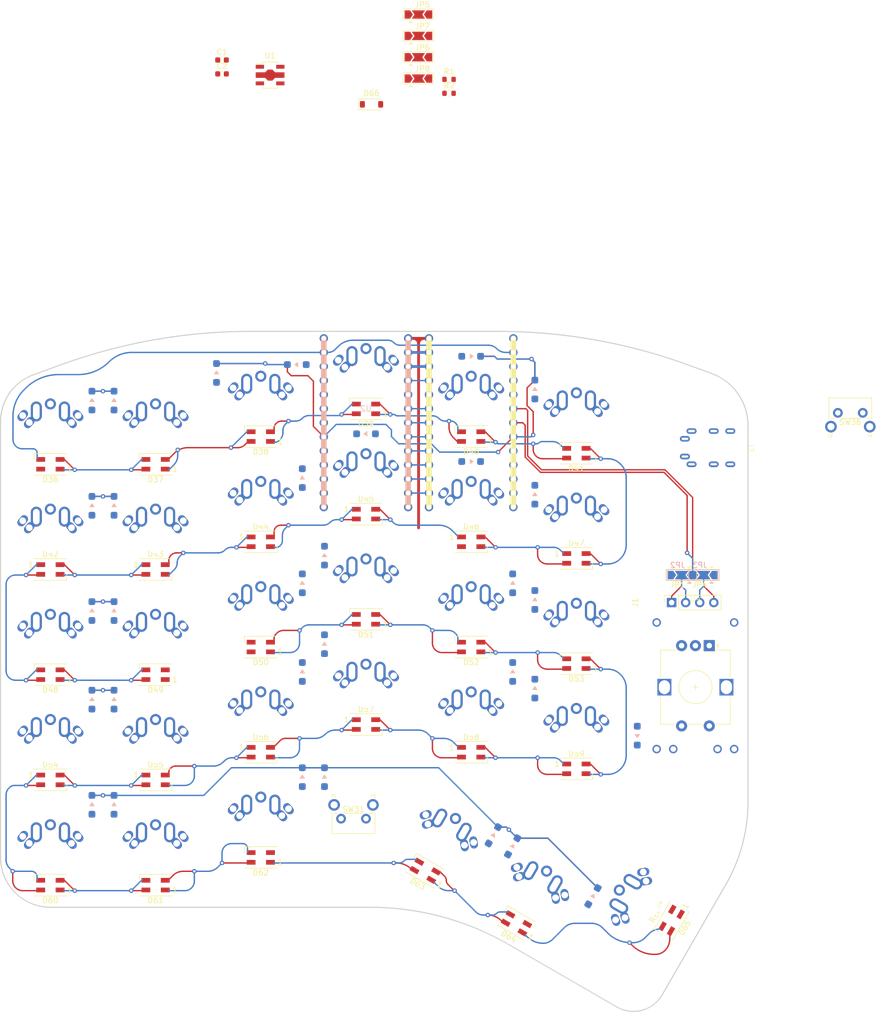
<source format=kicad_pcb>
(kicad_pcb (version 20221018) (generator pcbnew)
  (layers (0 "F.Cu" signal) (31 "B.Cu" signal) (34 "B.Paste" user) (35 "F.Paste" user) (36 "B.SilkS" user "B.Silkscreen") (37 "F.SilkS" user "F.Silkscreen") (38 "B.Mask" user) (39 "F.Mask" user) (44 "Edge.Cuts" user))
  (net 0 "")
  (net 1 "GND")
  (net 2 "/Bat+")
  (net 3 "Net-(D1-A)")
  (net 4 "Net-(D2-A)")
  (net 5 "Net-(D3-A)")
  (net 6 "Net-(D4-A)")
  (net 7 "Net-(D5-A)")
  (net 8 "Net-(D6-A)")
  (net 9 "Net-(D8-A)")
  (net 10 "Net-(D9-A)")
  (net 11 "Net-(D10-A)")
  (net 12 "Net-(D11-A)")
  (net 13 "Net-(D12-A)")
  (net 14 "Net-(D13-A)")
  (net 15 "/R0")
  (net 16 "Net-(D15-A)")
  (net 17 "Net-(D16-A)")
  (net 18 "Net-(D17-A)")
  (net 19 "Net-(D18-A)")
  (net 20 "Net-(D19-A)")
  (net 21 "Net-(D20-A)")
  (net 22 "Net-(D22-A)")
  (net 23 "Net-(D23-A)")
  (net 24 "Net-(D24-A)")
  (net 25 "Net-(D25-A)")
  (net 26 "Net-(D26-A)")
  (net 27 "Net-(D27-A)")
  (net 28 "Net-(D29-A)")
  (net 29 "Net-(D30-A)")
  (net 30 "Net-(D31-A)")
  (net 31 "Net-(D32-A)")
  (net 32 "Net-(D33-A)")
  (net 33 "Net-(D34-A)")
  (net 34 "Net-(D35-A)")
  (net 35 "/R1")
  (net 36 "/R2")
  (net 37 "/R3")
  (net 38 "/RE_S2")
  (net 39 "/R4")
  (net 40 "/SDA")
  (net 41 "/OLED1")
  (net 42 "/SCL")
  (net 43 "/OLED2")
  (net 44 "+3.3V")
  (net 45 "/OLED3")
  (net 46 "/OLED4")
  (net 47 "/C0")
  (net 48 "/C1")
  (net 49 "/C2")
  (net 50 "/C3")
  (net 51 "/C4")
  (net 52 "/C5")
  (net 53 "/C6")
  (net 54 "/RE_A")
  (net 55 "/RE_B")
  (net 56 "/Charging")
  (net 57 "Net-(D36-DOUT)")
  (net 58 "/LED")
  (net 59 "+5V")
  (net 60 "Net-(D37-DOUT)")
  (net 61 "Net-(D38-DOUT)")
  (net 62 "Net-(D39-DOUT)")
  (net 63 "Net-(D40-DOUT)")
  (net 64 "Net-(D41-DOUT)")
  (net 65 "Net-(D42-DOUT)")
  (net 66 "Net-(D43-DIN)")
  (net 67 "Net-(D44-DIN)")
  (net 68 "Net-(D45-DIN)")
  (net 69 "Net-(D46-DIN)")
  (net 70 "Net-(D50-DOUT)")
  (net 71 "Net-(D51-DOUT)")
  (net 72 "Net-(D52-DOUT)")
  (net 73 "Net-(D53-DOUT)")
  (net 74 "Net-(D54-DOUT)")
  (net 75 "Net-(D57-DIN)")
  (net 76 "Net-(D58-DIN)")
  (net 77 "Net-(D64-DOUT)")
  (net 78 "Net-(D42-DIN)")
  (net 79 "Net-(D48-DOUT)")
  (net 80 "Net-(D49-DOUT)")
  (net 81 "Net-(D54-DIN)")
  (net 82 "Net-(D55-DIN)")
  (net 83 "Net-(D56-DIN)")
  (net 84 "Net-(D61-DOUT)")
  (net 85 "Net-(D62-DOUT)")
  (net 86 "Net-(D63-DOUT)")
  (net 87 "Net-(D60-DOUT)")
  (net 89 "/data")
  (net 90 "Net-(JP5-C)")
  (net 91 "Net-(JP7-C)")
  (net 92 "Net-(JP8-A)")
  (net 93 "Net-(JP6-C)")
  (net 94 "Net-(JP6-A)")
  (net 95 "Net-(JP6-B)")
  (net 99 "/Reset")
  (net 102 "Net-(U4-B+)")
  (net 103 "Net-(BT2--)")
  (footprint "Capacitor_SMD:C_0603_1608Metric" (layer "F.Cu") (at 126 -18.01)
    (fp_text reference "C1")
    (fp_text value "0.33u")
  )
  (footprint "Ultramarine-2:TP4056" (layer "F.Cu") (at 211.5 95)
    (fp_text reference "U4")
    (fp_text value "~")
  )
  (footprint "Ultramarine-2:SOD-123_reversible" (layer "F.Cu") (at 171 35.5 -90)
    (fp_text reference "D5" hide)
    (fp_text value "D")
  )
  (footprint "LED_SMD:LED_SK6812MINI_PLCC4_3.5x3.5mm_P1.75mm" (layer "F.Cu") (at 95 131 180)
    (fp_text reference "D60")
    (fp_text value "SK6812MINI")
  )
  (footprint "Ultramarine-2:MX-Kailh" (layer "F.Cu") (at 133 121)
    (fp_text reference "SW30" hide)
    (fp_text value "SW_Push" hide)
  )
  (footprint "Ultramarine-2:SOD-123_reversible" (layer "F.Cu") (at 175 122 -30)
    (fp_text reference "D33" hide)
    (fp_text value "D")
  )
  (footprint "Ultramarine-2:MX-Kailh" (layer "F.Cu") (at 95 88)
    (fp_text reference "SW15" hide)
    (fp_text value "SW_Push" hide)
  )
  (footprint "LED_SMD:LED_SK6812MINI_PLCC4_3.5x3.5mm_P1.75mm" (layer "F.Cu") (at 114 93 180)
    (fp_text reference "D49")
    (fp_text value "SK6812MINI")
  )
  (footprint "LED_SMD:LED_SK6812MINI_PLCC4_3.5x3.5mm_P1.75mm" (layer "F.Cu") (at 190 91 180)
    (fp_text reference "D53")
    (fp_text value "SK6812MINI")
  )
  (footprint "LED_SMD:LED_SK6812MINI_PLCC4_3.5x3.5mm_P1.75mm" (layer "F.Cu") (at 152 102)
    (fp_text reference "D57")
    (fp_text value "SK6812MINI")
  )
  (footprint "Ultramarine-2:SOD-123_reversible" (layer "F.Cu") (at 178.5 124 -30)
    (fp_text reference "D34" hide)
    (fp_text value "D")
  )
  (footprint "Ultramarine-2:MX-Kailh" (layer "F.Cu") (at 114 50)
    (fp_text reference "SW2" hide)
    (fp_text value "SW_Push" hide)
  )
  (footprint "Ultramarine-2:SOD-123_reversible" (layer "F.Cu") (at 102.5 62.5)
    (fp_text reference "D8" hide)
    (fp_text value "D")
  )
  (footprint "Ultramarine-2:MX-Kailh" (layer "F.Cu") (at 95 50)
    (fp_text reference "SW1" hide)
    (fp_text value "SW_Push" hide)
  )
  (footprint "Ultramarine-2:MX-Kailh" (layer "F.Cu") (at 190 105)
    (fp_text reference "SW27" hide)
    (fp_text value "SW_Push" hide)
  )
  (footprint "Ultramarine-2:SOD-123_reversible" (layer "F.Cu") (at 140.5 111.5)
    (fp_text reference "D31" hide)
    (fp_text value "D")
  )
  (footprint "Ultramarine-2:SOD-123_reversible" (layer "F.Cu") (at 178.5 76.5)
    (fp_text reference "D19" hide)
    (fp_text value "D")
  )
  (footprint "LED_SMD:LED_SK6812MINI_PLCC4_3.5x3.5mm_P1.75mm" (layer "F.Cu") (at 171 50 180)
    (fp_text reference "D40")
    (fp_text value "SK6812MINI")
  )
  (footprint "Ultramarine-2:MX-Kailh" (layer "F.Cu") (at 133 102)
    (fp_text reference "SW24" hide)
    (fp_text value "SW_Push" hide)
  )
  (footprint "Ultramarine-2:MJ-4PP-9" (layer "F.Cu") (at 221 52 -90)
    (fp_text reference "J2")
    (fp_text value "TRRS")
  )
  (footprint "Ultramarine-2:MX-Kailh" (layer "F.Cu") (at 95 69)
    (fp_text reference "SW8" hide)
    (fp_text value "SW_Push" hide)
  )
  (footprint "Button_Switch_THT:SW_Tactile_SPST_Angled_PTS645Vx58-2LFS" (layer "F.Cu") (at 237.225 45.7125)
    (fp_text reference "SW36")
    (fp_text value "Reset")
  )
  (footprint "LED_SMD:LED_SK6812MINI_PLCC4_3.5x3.5mm_P1.75mm" (layer "F.Cu") (at 114 74)
    (fp_text reference "D43")
    (fp_text value "SK6812MINI")
  )
  (footprint "Ultramarine-2:MX-Kailh" (layer "F.Cu") (at 114 107)
    (fp_text reference "SW23" hide)
    (fp_text value "SW_Push" hide)
  )
  (footprint "Ultramarine-2:MX-Kailh" (layer "F.Cu") (at 171 45)
    (fp_text reference "SW5" hide)
    (fp_text value "SW_Push" hide)
  )
  (footprint "Ultramarine-2:MX-Kailh" (layer "F.Cu") (at 190 67)
    (fp_text reference "SW13" hide)
    (fp_text value "SW_Push" hide)
  )
  (footprint "Jumper:SolderJumper-3_P2.0mm_Open_TrianglePad1.0x1.5mm" (layer "F.Cu") (at 161.47 -18.51)
    (fp_text reference "JP6")
    (fp_text value "Batt.1")
  )
  (footprint "LED_SMD:LED_SK6812MINI_PLCC4_3.5x3.5mm_P1.75mm" (layer "F.Cu") (at 95 112)
    (fp_text reference "D54")
    (fp_text value "SK6812MINI")
  )
  (footprint "Jumper:SolderJumper-3_P2.0mm_Open_TrianglePad1.0x1.5mm" (layer "F.Cu") (at 213 75 180)
    (fp_text reference "JP4")
    (fp_text value "OLED Jumper4")
  )
  (footprint "LED_SMD:LED_SK6812MINI_PLCC4_3.5x3.5mm_P1.75mm" (layer "F.Cu") (at 162.714 128.411 150)
    (fp_text reference "D63")
    (fp_text value "SK6812MINI")
  )
  (footprint "Ultramarine-2:SOD-123_reversible" (layer "F.Cu") (at 182.5 41.5)
    (fp_text reference "D6" hide)
    (fp_text value "D")
  )
  (footprint "Ultramarine-2:MX-Kailh" (layer "F.Cu") (at 114 88)
    (fp_text reference "SW16" hide)
    (fp_text value "SW_Push" hide)
  )
  (footprint "LED_SMD:LED_SK6812MINI_PLCC4_3.5x3.5mm_P1.75mm" (layer "F.Cu") (at 133 69)
    (fp_text reference "D44")
    (fp_text value "SK6812MINI")
  )
  (footprint "Ultramarine-2:SOD-123_reversible" (layer "F.Cu") (at 102.5 81.5)
    (fp_text reference "D15" hide)
    (fp_text value "D")
  )
  (footprint "Ultramarine-2:MX-Kailh" (layer "F.Cu") (at 133 45)
    (fp_text reference "SW3" hide)
    (fp_text value "SW_Push" hide)
  )
  (footprint "Ultramarine-2:SOD-123_reversible" (layer "F.Cu") (at 140.5 92.5)
    (fp_text reference "D24" hide)
    (fp_text value "D")
  )
  (footprint "Ultramarine-2:MX-Kailh" (layer "F.Cu") (at 165.214 124.081 -30)
    (fp_text reference "SW32" hide)
    (fp_text value "SW_Push" hide)
  )
  (footprint "Resistor_SMD:R_0603_1608Metric" (layer "F.Cu") (at 167 -12)
    (fp_text reference "R2")
    (fp_text value "10K")
  )
  (footprint "Diode_SMD:D_SOD-123" (layer "F.Cu") (at 153 -10)
    (fp_text reference "D66")
    (fp_text value "D")
  )
  (footprint "Ultramarine-2:SOD-123_reversible" (layer "F.Cu") (at 106.5 116.5)
    (fp_text reference "D30" hide)
    (fp_text value "D")
  )
  (footprint "LED_SMD:LED_SK6812MINI_PLCC4_3.5x3.5mm_P1.75mm" (layer "F.Cu") (at 95 74)
    (fp_text reference "D42")
    (fp_text value "SK6812MINI")
  )
  (footprint "Ultramarine-2:MX-Kailh" (layer "F.Cu") (at 152 40)
    (fp_text reference "SW4" hide)
    (fp_text value "SW_Push" hide)
  )
  (footprint "Ultramarine-2:MX-Kailh" (layer "F.Cu") (at 95 126)
    (fp_text reference "SW28" hide)
    (fp_text value "SW_Push" hide)
  )
  (footprint "LED_SMD:LED_SK6812MINI_PLCC4_3.5x3.5mm_P1.75mm" (layer "F.Cu") (at 152 45 180)
    (fp_text reference "D39")
    (fp_text value "SK6812MINI")
  )
  (footprint "LED_SMD:LED_SK6812MINI_PLCC4_3.5x3.5mm_P1.75mm" (layer "F.Cu") (at 152 64)
    (fp_text reference "D45")
    (fp_text value "SK6812MINI")
  )
  (footprint "Ultramarine-2:SOD-123_reversible" (layer "F.Cu") (at 125 38.5)
    (fp_text reference "D3" hide)
    (fp_text value "D")
  )
  (footprint "Ultramarine-2:MX-Kailh" (layer "F.Cu") (at 171 102)
    (fp_text reference "SW26" hide)
    (fp_text value "SW_Push" hide)
  )
  (footprint "LED_SMD:LED_SK6812MINI_PLCC4_3.5x3.5mm_P1.75mm" (layer "F.Cu") (at 133 88 180)
    (fp_text reference "D50")
    (fp_text value "SK6812MINI")
  )
  (footprint "Package_TO_SOT_SMD:SOT-89-5" (layer "F.Cu") (at 134.6825 -15.285)
    (fp_text reference "U1")
    (fp_text value "~")
  )
  (footprint "LED_SMD:LED_SK6812MINI_PLCC4_3.5x3.5mm_P1.75mm" (layer "F.Cu") (at 114 55 180)
    (fp_text reference "D37")
    (fp_text value "SK6812MINI")
  )
  (footprint "Ultramarine-2:SOD-123_reversible" (layer "F.Cu") (at 152 49.5 90)
    (fp_text reference "D11" hide)
    (fp_text value "D")
  )
  (footprint "Ultramarine-2:MX-Kailh" (layer "F.Cu") (at 181.669 133.581 -30)
    (fp_text reference "SW33" hide)
    (fp_text value "SW_Push" hide)
  )
  (footprint "Ultramarine-2:SOD-123_reversible" (layer "F.Cu") (at 182.5 79.5)
    (fp_text reference "D20" hide)
    (fp_text value "D")
  )
  (footprint "Ultramarine-2:MX-Kailh" (layer "F.Cu") (at 95 107)
    (fp_text reference "SW22" hide)
    (fp_text value "SW_Push" hide)
  )
  (footprint "Ultramarine-2:SOD-123_reversible" (layer "F.Cu") (at 139.5 37 90)
    (fp_text reference "D4" hide)
    (fp_text value "D")
  )
  (footprint "Ultramarine-2:SOD-123_reversible" (layer "F.Cu") (at 182.5 95.5)
    (fp_text reference "D27" hide)
    (fp_text value "D")
  )
  (footprint "Ultramarine-2:SOD-123_reversible" (layer "F.Cu") (at 106.5 81.5)
    (fp_text reference "D16" hide)
    (fp_text value "D")
  )
  (footprint "Jumper:SolderJumper-3_P2.0mm_Open_TrianglePad1.0x1.5mm" (layer "F.Cu") (at 161.47 -26.22)
    (fp_text reference "JP5")
    (fp_text value "Power1")
  )
  (footprint "Jumper:SolderJumper-3_P2.0mm_Open_TrianglePad1.0x1.5mm" (layer "F.Cu") (at 209 75 180)
    (fp_text reference "JP1")
    (fp_text value "OLED Jumper1")
  )
  (footprint "Ultramarine-2:SOD-123_reversible" (layer "F.Cu") (at 106.5 43.5)
    (fp_text reference "D2" hide)
    (fp_text value "D")
  )
  (footprint "LED_SMD:LED_SK6812MINI_PLCC4_3.5x3.5mm_P1.75mm" (layer "F.Cu") (at 190 53 180)
    (fp_text reference "D41")
    (fp_text value "SK6812MINI")
  )
  (footprint "Ultramarine-2:MX-Kailh" (layer "F.Cu") (at 114 69)
    (fp_text reference "SW9" hide)
    (fp_text value "SW_Push" hide)
  )
  (footprint "LED_SMD:LED_SK6812MINI_PLCC4_3.5x3.5mm_P1.75mm" (layer "F.Cu") (at 171 69)
    (fp_text reference "D46")
    (fp_text value "SK6812MINI")
  )
  (footprint "LED_SMD:LED_SK6812MINI_PLCC4_3.5x3.5mm_P1.75mm" (layer "F.Cu") (at 207.203 137.354 -120)
    (fp_text reference "D65")
    (fp_text value "SK6812MINI")
  )
  (footprint "Resistor_SMD:R_0603_1608Metric" (layer "F.Cu") (at 167 -14.51)
    (fp_text reference "R1")
    (fp_text value "10K")
  )
  (footprint "LED_SMD:LED_SK6812MINI_PLCC4_3.5x3.5mm_P1.75mm" (layer "F.Cu") (at 190 110)
    (fp_text reference "D59")
    (fp_text value "SK6812MINI")
  )
  (footprint "Capacitor_SMD:C_0603_1608Metric" (layer "F.Cu") (at 126 -15.5)
    (fp_text reference "C2")
    (fp_text value "2.2u")
  )
  (footprint "Ultramarine-2:MX-Kailh" (layer "F.Cu") (at 152 97)
    (fp_text reference "SW25" hide)
    (fp_text value "SW_Push" hide)
  )
  (footprint "LED_SMD:LED_SK6812MINI_PLCC4_3.5x3.5mm_P1.75mm" (layer "F.Cu") (at 171 107)
    (fp_text reference "D58")
    (fp_text value "SK6812MINI")
  )
  (footprint "LED_SMD:LED_SK6812MINI_PLCC4_3.5x3.5mm_P1.75mm" (layer "F.Cu") (at 133 126 180)
    (fp_text reference "D62")
    (fp_text value "SK6812MINI")
  )
  (footprint "Connector_PinSocket_2.54mm:PinSocket_1x04_P2.54mm_Vertical" (layer "F.Cu") (at 207.2 79.975 90)
    (fp_text reference "J1")
    (fp_text value "OLED")
  )
  (footprint "Ultramarine-2:SOD-123_reversible" (layer "F.Cu") (at 144.5 71.5)
    (fp_text reference "D18" hide)
    (fp_text value "D")
  )
  (footprint "Ultramarine-2:MX-Kailh" (layer "F.Cu") (at 133 64)
    (fp_text reference "SW10" hide)
    (fp_text value "SW_Push" hide)
  )
  (footprint "Ultramarine-2:SOD-123_reversible" (layer "F.Cu") (at 140.5 76.5)
    (fp_text reference "D17" hide)
    (fp_text value "D")
  )
  (footprint "LED_SMD:LED_SK6812MINI_PLCC4_3.5x3.5mm_P1.75mm" (layer "F.Cu") (at 114 131 180)
    (fp_text reference "D61")
    (fp_text value "SK6812MINI")
  )
  (footprint "Button_Switch_THT:SW_Tactile_SPST_Angled_PTS645Vx58-2LFS" (layer "F.Cu") (at 152 119 180)
    (fp_text reference "SW31")
    (fp_text value "Extra")
  )
  (footprint "Ultramarine-2:MX-Kailh" (layer "F.Cu") (at 202.873 134.854 60)
    (fp_text reference "SW34" hide)
    (fp_text value "SW_Push" hide)
  )
  (footprint "Ultramarine-2:SOD-123_reversible" (layer "F.Cu") (at 106.5 97.5)
    (fp_text reference "D23" hide)
    (fp_text value "D")
  )
  (footprint "Rotary_Encoder:RotaryEncoder_Alps_EC12E-Switch_Vertical_H20mm" (layer "F.Cu") (at 214 87.75 -90)
    (fp_text reference "SW35" hide)
    (fp_text value "RotaryEncoder_Switch")
  )
  (footprint "PCM_Mounting_Keyboard_Stabilizer:Stabilizer_Cherry_MX_2.00u" (layer "F.Cu") (at 202.873 134.854 -120)
    (fp_text reference "REF**")
    (fp_text value "Stabilizer_Cherry_MX_2.00u")
  )
  (footprint "Ultramarine-2:MX-Kailh" (layer "F.Cu") (at 171 64)
    (fp_text reference "SW12" hide)
    (fp_text value "SW_Push" hide)
  )
  (footprint "Ultramarine-2:BLE Micro Pro" (layer "F.Cu") (at 171 47.5)
    (fp_text reference "U3")
    (fp_text value "~")
  )
  (footprint "Ultramarine-2:MX-Kailh" (layer "F.Cu") (at 133 83)
    (fp_text reference "SW17" hide)
    (fp_text value "SW_Push" hide)
  )
  (footprint "LED_SMD:LED_SK6812MINI_PLCC4_3.5x3.5mm_P1.75mm" (layer "F.Cu") (at 133 50 180)
    (fp_text reference "D38")
    (fp_text value "SK6812MINI")
  )
  (footprint "Ultramarine-2:MX-Kailh" (layer "F.Cu") (at 152 78)
    (fp_text reference "SW18" hide)
    (fp_text value "SW_Push" hide)
  )
  (footprint "Ultramarine-2:SOD-123_reversible" (layer "F.Cu") (at 193 133 -30)
    (fp_text reference "D35" hide)
    (fp_text value "D")
  )
  (footprint "LED_SMD:LED_SK6812MINI_PLCC4_3.5x3.5mm_P1.75mm" (layer "F.Cu") (at 95 93 180)
    (fp_text reference "D48")
    (fp_text value "SK6812MINI")
  )
  (footprint "LED_SMD:LED_SK6812MINI_PLCC4_3.5x3.5mm_P1.75mm" (layer "F.Cu") (at 114 112)
    (fp_text reference "D55")
    (fp_text value "SK6812MINI")
  )
  (footprint "Ultramarine-2:MX-Kailh" (layer "F.Cu") (at 190 48)
    (fp_text reference "SW6" hide)
    (fp_text value "SW_Push" hide)
  )
  (footprint "LED_SMD:LED_SK6812MINI_PLCC4_3.5x3.5mm_P1.75mm" (layer "F.Cu") (at 179.169 137.911 150)
    (fp_text reference "D64")
    (fp_text value "SK6812MINI")
  )
  (footprint "Ultramarine-2:SOD-123_reversible" (layer "F.Cu") (at 182.5 60.5)
    (fp_text reference "D13" hide)
    (fp_text value "D")
  )
  (footprint "Ultramarine-2:SOD-123_reversible" (layer "F.Cu") (at 140.5 57.5)
    (fp_text reference "D10" hide)
    (fp_text value "D")
  )
  (footprint "LED_SMD:LED_SK6812MINI_PLCC4_3.5x3.5mm_P1.75mm" (layer "F.Cu") (at 95 55 180)
    (fp_text reference "D36")
    (fp_text value "SK6812MINI")
  )
  (footprint "Ultramarine-2:SOD-123_reversible" (layer "F.Cu") (at 102.5 43.5)
    (fp_text reference "D1" hide)
    (fp_text value "D")
  )
  (footprint "Ultramarine-2:SOD-123_reversible" (layer "F.Cu") (at 102.5 116.5)
    (fp_text reference "D29" hide)
    (fp_text value "D")
  )
  (footprint "Ultramarine-2:MX-Kailh" (layer "F.Cu") (at 190 86)
    (fp_text reference "SW20" hide)
    (fp_text value "SW_Push" hide)
  )
  (footprint "LED_SMD:LED_SK6812MINI_PLCC4_3.5x3.5mm_P1.75mm" (layer "F.Cu") (at 152 83 180)
    (fp_text reference "D51")
    (fp_text value "SK6812MINI")
  )
  (footprint "Ultramarine-2:SOD-123_reversible" (layer "F.Cu") (at 102.5 97.5)
    (fp_text reference "D22" hide)
    (fp_text value "D")
  )
  (footprint "Ultramarine-2:SOD-123_reversible" (layer "F.Cu") (at 144.5 111.5)
    (fp_text reference "D32" hide)
    (fp_text value "D")
  )
  (footprint "Ultramarine-2:SOD-123_reversible" (layer "F.Cu") (at 171 54.5 -90)
    (fp_text reference "D12" hide)
    (fp_text value "D")
  )
  (footprint "LED_SMD:LED_SK6812MINI_PLCC4_3.5x3.5mm_P1.75mm" (layer "F.Cu") (at 133 107)
    (fp_text reference "D56")
    (fp_text value "SK6812MINI")
  )
  (footprint "Ultramarine-2:SOD-123_reversible" (layer "F.Cu") (at 178.5 92.5)
    (fp_text reference "D26" hide)
    (fp_text value "D")
  )
  (footprint "Jumper:SolderJumper-3_P2.0mm_Open_TrianglePad1.0x1.5mm" (layer "F.Cu") (at 161.47 -14.655)
    (fp_text reference "JP8")
    (fp_text value "Batt.2")
  )
  (footprint "Ultramarine-2:MX-Kailh" (layer "F.Cu") (at 152 59)
    (fp_text reference "SW11" hide)
    (fp_text value "SW_Push" hide)
  )
  (footprint "Jumper:SolderJumper-3_P2.0mm_Open_TrianglePad1.0x1.5mm" (layer "F.Cu") (at 161.47 -22.365)
    (fp_text reference "JP7")
    (fp_text value "Power1")
  )
  (footprint "LED_SMD:LED_SK6812MINI_PLCC4_3.5x3.5mm_P1.75mm" (layer "F.Cu") (at 171 88 180)
    (fp_text reference "D52")
    (fp_text value "SK6812MINI")
  )
  (footprint "Ultramarine-2:SOD-123_reversible" (layer "F.Cu") (at 106.5 62.5)
    (fp_text reference "D9" hide)
    (fp_text value "D")
  )
  (footprint "Ultramarine-2:SOD-123_reversible" (layer "F.Cu") (at 201 104 180)
    (fp_text reference "D28" hide)
    (fp_text value "D")
  )
  (footprint "Ultramarine-2:MX-Kailh" (layer "F.Cu") (at 171 83)
    (fp_text reference "SW19" hide)
    (fp_text value "SW_Push" hide)
  )
  (footprint "Ultramarine-2:MX-Kailh" (layer "F.Cu") (at 114 126)
    (fp_text reference "SW29" hide)
    (fp_text value "SW_Push" hide)
  )
  (footprint "LED_SMD:LED_SK6812MINI_PLCC4_3.5x3.5mm_P1.75mm" (layer "F.Cu") (at 190 72)
    (fp_text reference "D47")
    (fp_text value "SK6812MINI")
  )
  (footprint "Ultramarine-2:SOD-123_reversible" (layer "F.Cu") (at 144.5 87.5)
    (fp_text reference "D25" hide)
    (fp_text value "D")
  )
  (footprint "Jumper:SolderJumper-3_P2.0mm_Open_TrianglePad1.0x1.5mm" (layer "B.Cu") (at 209 75 180)
    (fp_text reference "JP2")
    (fp_text value "OLED Jumper2")
  )
  (footprint "Ultramarine-2:BLE Micro Pro" (layer "B.Cu") (at 152 47.5 180)
    (fp_text reference "U2")
    (fp_text value "~")
  )
  (footprint "Jumper:SolderJumper-3_P2.0mm_Open_TrianglePad1.0x1.5mm" (layer "B.Cu") (at 213 75 180)
    (fp_text reference "JP3")
    (fp_text value "OLED Jumper3")
  )
  (gr_arc (start 152.729473 135) (mid 165.670425 136.703709) (end 177.729473 141.69873) (stroke (width 0.2)) (layer "Edge.Cuts"))
  (gr_arc (start 175.892528 31) (mid 193.257346 32.519224) (end 210.094542 37.030738) (stroke (width 0.2)) (layer "Edge.Cuts"))
  (gr_line (start 95 135) (end 152.729473 135) (stroke (width 0.2)) (layer "Edge.Cuts"))
  (gr_arc (start 214.420201 38.605149) (mid 219.191522 42.26631) (end 221 48.002075) (stroke (width 0.2)) (layer "Edge.Cuts"))
  (gr_line (start 86 47.301868) (end 86 126) (stroke (width 0.2)) (layer "Edge.Cuts"))
  (gr_line (start 96.905458 37.030738) (end 91.921819 38.844634) (stroke (width 0.2)) (layer "Edge.Cuts"))
  (gr_arc (start 86 47.301868) (mid 87.627632 42.13968) (end 91.921819 38.844634) (stroke (width 0.2)) (layer "Edge.Cuts"))
  (gr_arc (start 221 115.918584) (mid 219.977779 123.683157) (end 216.980762 130.918584) (stroke (width 0.2)) (layer "Edge.Cuts"))
  (gr_line (start 175.892528 31) (end 131.107472 31) (stroke (width 0.2)) (layer "Edge.Cuts"))
  (gr_line (start 205.5 150.803848) (end 216.980762 130.918584) (stroke (width 0.2)) (layer "Edge.Cuts"))
  (gr_arc (start 96.905458 37.030738) (mid 113.742654 32.519225) (end 131.107472 31) (stroke (width 0.2)) (layer "Edge.Cuts"))
  (gr_arc (start 205.5 150.803848) (mid 201.856762 153.599402) (end 197.303848 153) (stroke (width 0.2)) (layer "Edge.Cuts"))
  (gr_line (start 221 115.918584) (end 221 48.002075) (stroke (width 0.2)) (layer "Edge.Cuts"))
  (gr_arc (start 95 135) (mid 88.636039 132.363961) (end 86 126) (stroke (width 0.2)) (layer "Edge.Cuts"))
  (gr_line (start 214.420201 38.605149) (end 210.094542 37.030738) (stroke (width 0.2)) (layer "Edge.Cuts"))
  (gr_line (start 177.729473 141.69873) (end 197.303848 153) (stroke (width 0.2)) (layer "Edge.Cuts"))
  (segment (start 194.4 92) (end 192.4 90) (width 0.25) (layer "F.Cu") (net 1))
  (segment (start 194.4 73) (end 192.4 71) (width 0.25) (layer "F.Cu") (net 1))
  (segment (start 194.4 111) (end 192.4 109) (width 0.25) (layer "F.Cu") (net 1))
  (segment (start 194.4 54) (end 192.4 52) (width 0.25) (layer "F.Cu") (net 1))
  (segment (start 156.4 65) (end 154.4 63) (width 0.25) (layer "F.Cu") (net 1))
  (via (at 156.4 65) (size 0.8) (drill 0.4) (layers "F.Cu" "B.Cu") (net 1))
  (via (at 194.4 54) (size 0.8) (drill 0.4) (layers "F.Cu" "B.Cu") (net 1))
  (via (at 194.4 73) (size 0.8) (drill 0.4) (layers "F.Cu" "B.Cu") (net 1))
  (via (at 194.4 92) (size 0.8) (drill 0.4) (layers "F.Cu" "B.Cu") (net 1))
  (via (at 194.4 111) (size 0.8) (drill 0.4) (layers "F.Cu" "B.Cu") (net 1))
  (segment (start 197.999999 109.999999) (end 197.919238 110.080761) (width 0.25) (layer "B.Cu") (net 1))
  (segment (start 198 93) (end 197.919238 92.919238) (width 0.25) (layer "B.Cu") (net 1))
  (segment (start 199 95.414213) (end 199 107.585786) (width 0.25) (layer "B.Cu") (net 1))
  (segment (start 156.4 65) (end 156.9 65.5) (width 0.25) (layer "B.Cu") (net 1))
  (segment (start 194.4 54) (end 195.7 54) (width 0.25) (layer "B.Cu") (net 1))
  (segment (start 194.4 73) (end 195.7 73) (width 0.25) (layer "B.Cu") (net 1))
  (segment (start 194.4 54) (end 192.4 54) (width 0.25) (layer "B.Cu") (net 1))
  (segment (start 194.4 111) (end 192.4 111) (width 0.25) (layer "B.Cu") (net 1))
  (segment (start 156.4 65) (end 154.4 65) (width 0.25) (layer "B.Cu") (net 1))
  (segment (start 158.107106 66) (end 165.185786 66) (width 0.25) (layer "B.Cu") (net 1))
  (segment (start 194.4 73) (end 192.4 73) (width 0.25) (layer "B.Cu") (net 1))
  (segment (start 194.4 92) (end 195.7 92) (width 0.25) (layer "B.Cu") (net 1))
  (segment (start 194.4 111) (end 195.7 111) (width 0.25) (layer "B.Cu") (net 1))
  (segment (start 199 69.585786) (end 199 57.414213) (width 0.25) (layer "B.Cu") (net 1))
  (segment (start 194.4 92) (end 192.4 92) (width 0.25) (layer "B.Cu") (net 1))
  (segment (start 197.919238 72.080761) (end 198 72) (width 0.25) (layer "B.Cu") (net 1))
  (segment (start 167.6 67) (end 168.6 68) (width 0.25) (layer "B.Cu") (net 1))
  (segment (start 197.919238 54.919238) (end 198 55) (width 0.25) (layer "B.Cu") (net 1))
  (segment (start 159.62 37.34) (end 163.38 37.34) (width 0.5) (layer "B.Cu") (net 1))
  (arc (start 156.9 65.5) (mid 157.453825 65.870054) (end 158.107106 66) (width 0.25) (layer "B.Cu") (net 1))
  (arc (start 198 55) (mid 198.740108 56.10765) (end 199 57.414213) (width 0.25) (layer "B.Cu") (net 1))
  (arc (start 197.919238 110.080761) (mid 196.901043 110.761097) (end 195.7 111) (width 0.25) (layer "B.Cu") (net 1))
  (arc (start 197.919238 92.919238) (mid 196.901043 92.238902) (end 195.7 92) (width 0.25) (layer "B.Cu") (net 1))
  (arc (start 199 69.585786) (mid 198.740108 70.892349) (end 198 72) (width 0.25) (layer "B.Cu") (net 1))
  (arc (start 167.6 67) (mid 166.492349 66.259891) (end 165.185786 66) (width 0.25) (layer "B.Cu") (net 1))
  (arc (start 198 93) (mid 198.740108 94.10765) (end 199 95.414213) (width 0.25) (layer "B.Cu") (net 1))
  (arc (start 197.919238 54.919238) (mid 196.901043 54.238902) (end 195.7 54) (width 0.25) (layer "B.Cu") (net 1))
  (arc (start 199 107.585786) (mid 198.740108 108.892349) (end 197.999999 109.999999) (width 0.25) (layer "B.Cu") (net 1))
  (arc (start 197.919238 72.080761) (mid 196.901043 72.761097) (end 195.7 73) (width 0.25) (layer "B.Cu") (net 1))
  (segment (start 161.5 32.26) (end 161.5 33.5) (width 0.5) (layer "F.Cu") (net 2))
  (segment (start 161.5 33.5) (end 161.5 33.26) (width 0.5) (layer "F.Cu") (net 2))
  (segment (start 161.5 32.26) (end 163.38 32.26) (width 0.5) (layer "F.Cu") (net 2))
  (segment (start 163.38 32.26) (end 162.5 32.26) (width 0.5) (layer "F.Cu") (net 2))
  (segment (start 161.5 33.5) (end 161.5 66.5) (width 0.5) (layer "F.Cu") (net 2))
  (segment (start 159.62 32.26) (end 160.5 32.26) (width 0.5) (layer "F.Cu") (net 2))
  (segment (start 160.5 32.26) (end 161.5 32.26) (width 0.5) (layer "F.Cu") (net 2))
  (arc (start 162.5 32.26) (mid 161.792893 32.552893) (end 161.5 33.26) (width 0.5) (layer "F.Cu") (net 2))
  (arc (start 161.5 33.26) (mid 161.207107 32.552893) (end 160.5 32.26) (width 0.5) (layer "F.Cu") (net 2))
  (segment (start 141.5 39) (end 142.5 40) (width 0.25) (layer "F.Cu") (net 15))
  (segment (start 182.2 49.7) (end 182.2 45.5) (width 0.25) (layer "F.Cu") (net 15))
  (segment (start 137.8 37) (end 137.8 38.3) (width 0.25) (layer "F.Cu") (net 15))
  (segment (start 182.2 45.5) (end 181.1 44.4) (width 0.25) (layer "F.Cu") (net 15))
  (segment (start 142.5 48.16) (end 144.38 50.04) (width 0.25) (layer "F.Cu") (net 15))
  (segment (start 181.9 36) (end 175.7 36) (width 0.25) (layer "F.Cu") (net 15))
  (segment (start 137.8 38.3) (end 138.5 39) (width 0.25) (layer "F.Cu") (net 15))
  (segment (start 106.5 41.8) (end 102.5 41.8) (width 0.25) (layer "F.Cu") (net 15))
  (segment (start 181.9 36) (end 182.5 36.6) (width 0.25) (layer "F.Cu") (net 15))
  (segment (start 182.5 36.6) (end 182.5 39.8) (width 0.25) (layer "F.Cu") (net 15))
  (segment (start 175.7 36) (end 175.2 35.5) (width 0.25) (layer "F.Cu") (net 15))
  (segment (start 181.1 41.2) (end 182.5 39.8) (width 0.25) (layer "F.Cu") (net 15))
  (segment (start 175.2 35.5) (end 172.7 35.5) (width 0.25) (layer "F.Cu") (net 15))
  (segment (start 138.5 39) (end 141.5 39) (width 0.25) (layer "F.Cu") (net 15))
  (segment (start 125 36.8) (end 133.8 36.8) (width 0.25) (layer "F.Cu") (net 15))
  (segment (start 133.8 36.8) (end 134 37) (width 0.25) (layer "F.Cu") (net 15))
  (segment (start 142.5 40) (end 142.5 48.16) (width 0.25) (layer "F.Cu") (net 15))
  (segment (start 134 37) (end 137.8 37) (width 0.25) (layer "F.Cu") (net 15))
  (segment (start 175.86 52.8) (end 178.62 50.04) (width 0.25) (layer "F.Cu") (net 15))
  (segment (start 181.1 44.4) (end 181.1 41.2) (width 0.25) (layer "F.Cu") (net 15))
  (via (at 104.5 41.8) (size 0.8) (drill 0.4) (layers "F.Cu" "B.Cu") (net 15))
  (via (at 181.9 36) (size 0.8) (drill 0.4) (layers "F.Cu" "B.Cu") (net 15))
  (via (at 133.8 36.8) (size 0.8) (drill 0.4) (layers "F.Cu" "B.Cu") (net 15))
  (via (at 182.2 49.7) (size 0.8) (drill 0.4) (layers "F.Cu" "B.Cu") (net 15))
  (via (at 175.86 52.8) (size 0.8) (drill 0.4) (layers "F.Cu" "B.Cu") (net 15))
  (segment (start 155.6 47.8) (end 146.62 47.8) (width 0.25) (layer "B.Cu") (net 15))
  (segment (start 157.9 51.3) (end 156.6 50) (width 0.25) (layer "B.Cu") (net 15))
  (segment (start 178.62 50.04) (end 181.86 50.04) (width 0.25) (layer "B.Cu") (net 15))
  (segment (start 165.3 52.8) (end 163.8 51.3) (width 0.25) (layer "B.Cu") (net 15))
  (segment (start 175.86 52.8) (end 165.3 52.8) (width 0.25) (layer "B.Cu") (net 15))
  (segment (start 181.9 36) (end 182.5 36.6) (width 0.25) (layer "B.Cu") (net 15))
  (segment (start 181.86 50.04) (end 182.2 49.7) (width 0.25) (layer "B.Cu") (net 15))
  (segment (start 175.2 35.5) (end 172.7 35.5) (width 0.25) (layer "B.Cu") (net 15))
  (segment (start 102.5 41.8) (end 106.5 41.8) (width 0.25) (layer "B.Cu") (net 15))
  (segment (start 134 37) (end 137.8 37) (width 0.25) (layer "B.Cu") (net 15))
  (segment (start 125 36.8) (end 133.8 36.8) (width 0.25) (layer "B.Cu") (net 15))
  (segment (start 156.6 48.8) (end 155.6 47.8) (width 0.25) (layer "B.Cu") (net 15))
  (segment (start 182.5 36.6) (end 182.5 39.8) (width 0.25) (layer "B.Cu") (net 15))
  (segment (start 146.62 47.8) (end 144.38 50.04) (width 0.25) (layer "B.Cu") (net 15))
  (segment (start 133.8 36.8) (end 134 37) (width 0.25) (layer "B.Cu") (net 15))
  (segment (start 181.9 36) (end 175.7 36) (width 0.25) (layer "B.Cu") (net 15))
  (segment (start 156.6 50) (end 156.6 48.8) (width 0.25) (layer "B.Cu") (net 15))
  (segment (start 175.7 36) (end 175.2 35.5) (width 0.25) (layer "B.Cu") (net 15))
  (segment (start 163.8 51.3) (end 157.9 51.3) (width 0.25) (layer "B.Cu") (net 15))
  (segment (start 102.5 60.8) (end 106.5 60.8) (width 0.25) (layer "F.Cu") (net 35))
  (via (at 104.5 60.8) (size 0.8) (drill 0.4) (layers "F.Cu" "B.Cu") (net 35))
  (segment (start 106.5 60.8) (end 102.5 60.8) (width 0.25) (layer "B.Cu") (net 35))
  (segment (start 102.5 79.8) (end 106.5 79.8) (width 0.25) (layer "F.Cu") (net 36))
  (via (at 104.5 79.8) (size 0.8) (drill 0.4) (layers "F.Cu" "B.Cu") (net 36))
  (segment (start 102.5 79.8) (end 106.5 79.8) (width 0.25) (layer "B.Cu") (net 36))
  (segment (start 102.5 95.8) (end 106.5 95.8) (width 0.25) (layer "F.Cu") (net 37))
  (via (at 104.5 95.8) (size 0.8) (drill 0.4) (layers "F.Cu" "B.Cu") (net 37))
  (segment (start 102.5 95.8) (end 106.5 95.8) (width 0.25) (layer "B.Cu") (net 37))
  (segment (start 179.35 122.527757) (end 184.85 122.527757) (width 0.25) (layer "F.Cu") (net 39))
  (segment (start 178.011122 121.188878) (end 177.811122 120.988878) (width 0.25) (layer "F.Cu") (net 39))
  (segment (start 184.85 122.527757) (end 193.85 131.527757) (width 0.25) (layer "F.Cu") (net 39))
  (segment (start 102.5 114.8) (end 106.5 114.8) (width 0.25) (layer "F.Cu") (net 39))
  (segment (start 175.85 120.527757) (end 177.35 120.527757) (width 0.25) (layer "F.Cu") (net 39))
  (segment (start 178.011122 121.188878) (end 179.35 122.527757) (width 0.25) (layer "F.Cu") (net 39))
  (segment (start 177.35 120.527757) (end 177.811122 120.988878) (width 0.25) (layer "F.Cu") (net 39))
  (segment (start 140.5 109.8) (end 144.5 109.8) (width 0.25) (layer "F.Cu") (net 39))
  (via (at 177.811122 120.988878) (size 0.8) (drill 0.4) (layers "F.Cu" "B.Cu") (net 39))
  (via (at 104.5 114.8) (size 0.8) (drill 0.4) (layers "F.Cu" "B.Cu") (net 39))
  (segment (start 177.35 120.527757) (end 179.35 122.527757) (width 0.25) (layer "B.Cu") (net 39))
  (segment (start 165.122243 109.8) (end 175.85 120.527757) (width 0.25) (layer "B.Cu") (net 39))
  (segment (start 175.85 120.527757) (end 177.35 120.527757) (width 0.25) (layer "B.Cu") (net 39))
  (segment (start 122.7 114.8) (end 127.7 109.8) (width 0.25) (layer "B.Cu") (net 39))
  (segment (start 102.5 114.8) (end 106.5 114.8) (width 0.25) (layer "B.Cu") (net 39))
  (segment (start 127.7 109.8) (end 140.5 109.8) (width 0.25) (layer "B.Cu") (net 39))
  (segment (start 184.85 122.527757) (end 193.85 131.527757) (width 0.25) (layer "B.Cu") (net 39))
  (segment (start 140.5 109.8) (end 144.5 109.8) (width 0.25) (layer "B.Cu") (net 39))
  (segment (start 179.35 122.527757) (end 184.85 122.527757) (width 0.25) (layer "B.Cu") (net 39))
  (segment (start 106.5 114.8) (end 122.7 114.8) (width 0.25) (layer "B.Cu") (net 39))
  (segment (start 144.5 109.8) (end 165.122243 109.8) (width 0.25) (layer "B.Cu") (net 39))
  (segment (start 180.86 44.96) (end 178.62 44.96) (width 0.25) (layer "F.Cu") (net 40))
  (segment (start 183.7 56) (end 181.2 53.5) (width 0.25) (layer "F.Cu") (net 40))
  (segment (start 181.2 45.3) (end 180.86 44.96) (width 0.25) (layer "F.Cu") (net 40))
  (segment (start 206 56) (end 183.7 56) (width 0.25) (layer "F.Cu") (net 40))
  (segment (start 211 61) (end 206 56) (width 0.25) (layer "F.Cu") (net 40))
  (segment (start 211 75) (end 211 61) (width 0.25) (layer "F.Cu") (net 40))
  (segment (start 181.2 53.5) (end 181.2 45.3) (width 0.25) (layer "F.Cu") (net 40))
  (segment (start 209 75) (end 209 77) (width 0.25) (layer "F.Cu") (net 41))
  (segment (start 207.2 78.8) (end 207.2 79.975) (width 0.25) (layer "F.Cu") (net 41))
  (segment (start 209 77) (end 207.2 78.8) (width 0.25) (layer "F.Cu") (net 41))
  (segment (start 210 71) (end 210 60.636396) (width 0.25) (layer "F.Cu") (net 42))
  (segment (start 180.3 47.5) (end 178.62 47.5) (width 0.25) (layer "F.Cu") (net 42))
  (segment (start 210 60.636396) (end 205.813604 56.45) (width 0.25) (layer "F.Cu") (net 42))
  (segment (start 183.513604 56.45) (end 180.75 53.686396) (width 0.25) (layer "F.Cu") (net 42))
  (segment (start 180.75 47.95) (end 180.3 47.5) (width 0.25) (layer "F.Cu") (net 42))
  (segment (start 180.75 53.686396) (end 180.75 47.95) (width 0.25) (layer "F.Cu") (net 42))
  (segment (start 205.813604 56.45) (end 183.513604 56.45) (width 0.25) (layer "F.Cu") (net 42))
  (via (at 210 71) (size 0.8) (drill 0.4) (layers "F.Cu" "B.Cu") (net 42))
  (segment (start 210 71) (end 211 72) (width 0.25) (layer "B.Cu") (net 42))
  (segment (start 211 72) (end 211 75) (width 0.25) (layer "B.Cu") (net 42))
  (segment (start 209.74 77.74) (end 209.74 79.975) (width 0.25) (layer "B.Cu") (net 43))
  (segment (start 209 75) (end 209 77) (width 0.25) (layer "B.Cu") (net 43))
  (segment (start 209 77) (end 209.74 77.74) (width 0.25) (layer "B.Cu") (net 43))
  (segment (start 213 77) (end 212.28 77.72) (width 0.25) (layer "B.Cu") (net 45))
  (segment (start 213 75) (end 213 77) (width 0.25) (layer "B.Cu") (net 45))
  (segment (start 212.28 77.72) (end 212.28 79.975) (width 0.25) (layer "B.Cu") (net 45))
  (segment (start 213 75) (end 213 77) (width 0.25) (layer "F.Cu") (net 46))
  (segment (start 213 77) (end 214.82 78.82) (width 0.25) (layer "F.Cu") (net 46))
  (segment (start 214.82 78.82) (end 214.82 79.975) (width 0.25) (layer "F.Cu") (net 46))
  (segment (start 159.62 44.96) (end 163.38 44.96) (width 0.25) (layer "B.Cu") (net 47))
  (segment (start 159.62 47.5) (end 163.38 47.5) (width 0.25) (layer "B.Cu") (net 48))
  (segment (start 159.62 50.04) (end 163.38 50.04) (width 0.25) (layer "B.Cu") (net 49))
  (segment (start 159.62 52.58) (end 163.38 52.58) (width 0.25) (layer "B.Cu") (net 50))
  (segment (start 159.62 55.12) (end 163.38 55.12) (width 0.25) (layer "B.Cu") (net 51))
  (segment (start 159.62 57.66) (end 163.38 57.66) (width 0.25) (layer "B.Cu") (net 52))
  (segment (start 163.38 60.2) (end 159.62 60.2) (width 0.25) (layer "B.Cu") (net 53))
  (segment (start 99.4 56) (end 97.4 54) (width 0.25) (layer "F.Cu") (net 57))
  (segment (start 109.6 56) (end 111.6 56) (width 0.25) (layer "F.Cu") (net 57))
  (via (at 109.6 56) (size 0.8) (drill 0.4) (layers "F.Cu" "B.Cu") (net 57))
  (via (at 99.4 56) (size 0.8) (drill 0.4) (layers "F.Cu" "B.Cu") (net 57))
  (segment (start 99.4 56) (end 109.6 56) (width 0.25) (layer "B.Cu") (net 57))
  (segment (start 99.4 56) (end 97.4 56) (width 0.25) (layer "B.Cu") (net 57))
  (segment (start 109.6 56) (end 111.6 54) (width 0.25) (layer "B.Cu") (net 57))
  (segment (start 90.2 41.6) (end 90.525126 41.274874) (width 0.25) (layer "B.Cu") (net 58))
  (segment (start 96.5 38.8) (end 100.047329 38.8) (width 0.25) (layer "B.Cu") (net 58))
  (segment (start 177.219238 34.8) (end 178.62 34.8) (width 0.25) (layer "B.Cu") (net 58))
  (segment (start 88.2435 46.323408) (end 88.2435 50.517767) (width 0.25) (layer "B.Cu") (net 58))
  (segment (start 155.963603 32.6) (end 149.655634 32.6) (width 0.25) (layer "B.Cu") (net 58))
  (segment (start 174.080761 33.5) (end 158.136396 33.5) (width 0.25) (layer "B.Cu") (net 58))
  (segment (start 144.38 34.8) (end 145.14 34.8) (width 0.25) (layer "B.Cu") (net 58))
  (segment (start 91.859619 52.2) (end 89.925733 52.2) (width 0.25) (layer "B.Cu") (net 58))
  (segment (start 92.6 52.940381) (end 92.6 54) (width 0.25) (layer "B.Cu") (net 58))
  (segment (start 146.999999 33.699999) (end 146.437401 34.262598) (width 0.25) (layer "B.Cu") (net 58))
  (segment (start 109.704134 34.8) (end 144.38 34.8) (width 0.25) (layer "B.Cu") (net 58))
  (arc (start 105.6 36.5) (mid 103.052405 38.202253) (end 100.047329 38.8) (width 0.25) (layer "B.Cu") (net 58))
  (arc (start 105.6 36.5) (mid 107.483005 35.241809) (end 109.704134 34.8) (width 0.25) (layer "B.Cu") (net 58))
  (arc (start 146.437401 34.262598) (mid 145.842148 34.660333) (end 145.14 34.8) (width 0.25) (layer "B.Cu") (net 58))
  (arc (start 149.655634 32.6) (mid 148.218415 32.88588) (end 146.999999 33.699999) (width 0.25) (layer "B.Cu") (net 58))
  (arc (start 157.05 33.05) (mid 157.548442 33.383048) (end 158.136396 33.5) (width 0.25) (layer "B.Cu") (net 58))
  (arc (start 88.2435 46.323408) (mid 88.751978 43.767118) (end 90.2 41.6) (width 0.25) (layer "B.Cu") (net 58))
  (arc (start 92.6 52.940381) (mid 92.383147 52.416853) (end 91.859619 52.2) (width 0.25) (layer "B.Cu") (net 58))
  (arc (start 175.65 34.15) (mid 176.369972 34.63107) (end 177.219238 34.8) (width 0.25) (layer "B.Cu") (net 58))
  (arc (start 89.925733 52.2) (mid 88.736215 51.707285) (end 88.2435 50.517767) (width 0.25) (layer "B.Cu") (net 58))
  (arc (start 96.5 38.8) (mid 93.266421 39.443199) (end 90.525126 41.274874) (width 0.25) (layer "B.Cu") (net 58))
  (arc (start 157.05 33.05) (mid 156.551556 32.716951) (end 155.963603 32.6) (width 0.25) (layer "B.Cu") (net 58))
  (arc (start 175.65 34.15) (mid 174.930027 33.668929) (end 174.080761 33.5) (width 0.25) (layer "B.Cu") (net 58))
  (segment (start 90 132) (end 92.6 132) (width 0.25) (layer "F.Cu") (net 59))
  (segment (start 88.2 128.5) (end 88.2 130.2) (width 0.25) (layer "F.Cu") (net 59))
  (segment (start 206.869025 140.701989) (end 206.869025 139.932461) (width 0.25) (layer "F.Cu") (net 59))
  (segment (start 90.6 94) (end 92.6 94) (width 0.25) (layer "F.Cu") (net 59))
  (segment (start 204 143.5) (end 204.310051 143.5) (width 0.25) (layer "F.Cu") (net 59))
  (segment (start 157 127) (end 157.535371 127) (width 0.25) (layer "F.Cu") (net 59))
  (segment (start 200.086376 141.878924) (end 199.6 141.392548) (width 0.25) (layer "F.Cu") (net 59))
  (segment (start 90.6 75) (end 92.6 75) (width 0.25) (layer "F.Cu") (net 59))
  (segment (start 90.6 113) (end 92.6 113) (width 0.25) (layer "F.Cu") (net 59))
  (via (at 88.2 128.5) (size 0.8) (drill 0.4) (layers "F.Cu" "B.Cu") (net 59))
  (via (at 90.6 94) (size 0.8) (drill 0.4) (layers "F.Cu" "B.Cu") (net 59))
  (via (at 157 127) (size 0.8) (drill 0.4) (layers "F.Cu" "B.Cu") (net 59))
  (via (at 90.6 113) (size 0.8) (drill 0.4) (layers "F.Cu" "B.Cu") (net 59))
  (via (at 199.6 141.392548) (size 0.8) (drill 0.4) (layers "F.Cu" "B.Cu") (net 59))
  (via (at 90.6 75) (size 0.8) (drill 0.4) (layers "F.Cu" "B.Cu") (net 59))
  (arc (start 157.535371 127) (mid 158.942572 127.279909) (end 160.135539 128.077025) (width 0.25) (layer "F.Cu") (net 59))
  (arc (start 206.869025 140.701989) (mid 206.643173 141.837424) (end 206 142.8) (width 0.25) (layer "F.Cu") (net 59))
  (arc (start 90 132) (mid 88.727208 131.472792) (end 88.2 130.2) (width 0.25) (layer "F.Cu") (net 59))
  (arc (start 206 142.8) (mid 205.224645 143.318075) (end 204.310051 143.5) (width 0.25) (layer "F.Cu") (net 59))
  (arc (start 204 143.5) (mid 201.881962 143.078696) (end 200.086376 141.878924) (width 0.25) (layer "F.Cu") (net 59))
  (segment (start 90.6 75) (end 92.6 73) (width 0.25) (layer "B.Cu") (net 59))
  (segment (start 202.4 140.5) (end 203.140622 139.759378) (width 0.25) (layer "B.Cu") (net 59))
  (segment (start 92.6 129.524264) (end 92.6 130) (width 0.25) (layer "B.Cu") (net 59))
  (segment (start 90.400571 113) (end 90.001713 113) (width 0.25) (layer "B.Cu") (net 59))
  (segment (start 90.6 94) (end 88.707106 94) (width 0.25) (layer "B.Cu") (net 59))
  (segment (start 157 127) (end 135.4 127) (width 0.25) (layer "B.Cu") (net 59))
  (segment (start 159.62 34.8) (end 163.38 34.8) (width 0.5) (layer "B.Cu") (net 59))
  (segment (start 90.6 94) (end 92.6 92) (width 0.25) (layer "B.Cu") (net 59))
  (segment (start 87.499999 113.499999) (end 87.646446 113.353553) (width 0.25) (layer "B.Cu") (net 59))
  (segment (start 159.515684 126.344975) (end 161.135539 126.344975) (width 0.25) (layer "B.Cu") (net 59))
  (segment (start 87 92.292893) (end 87 76.707106) (width 0.25) (layer "B.Cu") (net 59))
  (segment (start 88.2 128.5) (end 87.6 127.9) (width 0.25) (layer "B.Cu") (net 59))
  (segment (start 87 114.707106) (end 87 126.451471) (width 0.25) (layer "B.Cu") (net 59))
  (segment (start 90.001713 113) (end 89.5 113) (width 0.25) (layer "B.Cu") (net 59))
  (segment (start 187.822182 138.677818) (end 185.707107 140.792893) (width 0.25) (layer "B.Cu") (net 59))
  (segment (start 89.5 113) (end 88.5 113) (width 0.25) (layer "B.Cu") (net 59))
  (segment (start 88.2 128.5) (end 91.575735 128.5) (width 0.25) (layer "B.Cu") (net 59))
  (segment (start 189.7 137.9) (end 192.76863 137.9) (width 0.25) (layer "B.Cu") (net 59))
  (segment (start 90.400571 113) (end 90.6 113) (width 0.25) (layer "B.Cu") (net 59))
  (segment (start 194.7 138.7) (end 195.632233 139.632233) (width 0.25) (layer "B.Cu") (net 59))
  (segment (start 90.6 113) (end 92.6 111) (width 0.25) (layer "B.Cu") (net 59))
  (segment (start 181.047449 140.277013) (end 180.747461 139.977025) (width 0.25) (layer "B.Cu") (net 59))
  (segment (start 199.9 141.4) (end 200.227208 141.4) (width 0.25) (layer "B.Cu") (net 59))
  (segment (start 157 127) (end 157.934315 127) (width 0.25) (layer "B.Cu") (net 59))
  (segment (start 90.6 75) (end 88.707106 75) (width 0.25) (layer "B.Cu") (net 59))
  (arc (start 203.140622 139.759378) (mid 204.056556 139.14737) (end 205.136975 138.932461) (width 0.25) (layer "B.Cu") (net 59))
  (arc (start 87.5 93.5) (mid 88.053825 93.870054) (end 88.707106 94) (width 0.25) (layer "B.Cu") (net 59))
  (arc (start 195.632233 139.632233) (mid 197.5903 140.940572) (end 199.9 141.4) (width 0.25) (layer "B.Cu") (net 59))
  (arc (start 88.5 113) (mid 88.03806 113.091885) (end 87.646446 113.353553) (width 0.25) (layer "B.Cu") (net 59))
  (arc (start 158.9 126.6) (mid 159.182478 126.411253) (end 159.515684 126.344975) (width 0.25) (layer "B.Cu") (net 59))
  (arc (start 189.7 137.9) (mid 188.683731 138.102149) (end 187.822182 138.677818) (width 0.25) (layer "B.Cu") (net 59))
  (arc (start 92.3 128.8) (mid 91.967704 128.577967) (end 91.575735 128.5) (width 0.25) (layer "B.Cu") (net 59))
  (arc (start 92.3 128.8) (mid 92.522032 129.132295) (end 92.6 129.524264) (width 0.25) (layer "B.Cu") (net 59))
  (arc (start 194.7 138.7) (mid 193.813879 138.107913) (end 192.76863 137.9) (width 0.25) (layer "B.Cu") (net 59))
  (arc (start 87.5 75.5) (mid 87.129945 76.053825) (end 87 76.707106) (width 0.25) (layer "B.Cu") (net 59))
  (arc (start 87.499999 113.499999) (mid 87.129945 114.053824) (end 87 114.707106) (width 0.25) (layer "B.Cu") (net 59))
  (arc (start 202.4 140.5) (mid 201.403114 141.166098) (end 200.227208 141.4) (width 0.25) (layer "B.Cu") (net 59))
  (arc (start 184 141.5) (mid 182.40209 141.182156) (end 181.047449 140.277013) (width 0.25) (layer "B.Cu") (net 59))
  (arc (start 88.707106 75) (mid 88.053825 75.129945) (end 87.5 75.5) (width 0.25) (layer "B.Cu") (net 59))
  (arc (start 87 92.292893) (mid 87.129945 92.946174) (end 87.5 93.5) (width 0.25) (layer "B.Cu") (net 59))
  (arc (start 158.9 126.6) (mid 158.45694 126.896044) (end 157.934315 127) (width 0.25) (layer "B.Cu") (net 59))
  (arc (start 87 126.451471) (mid 87.155934 127.235409) (end 87.6 127.9) (width 0.25) (layer "B.Cu") (net 59))
  (arc (start 184 141.5) (mid 184.92388 141.316229) (end 185.707107 140.792893) (width 0.25) (layer "B.Cu") (net 59))
  (segment (start 117.4 53) (end 116.4 54) (width 0.25) (layer "F.Cu") (net 60))
  (segment (start 128.892893 52) (end 127.6 52) (width 0.25) (layer "F.Cu") (net 60))
  (segment (start 130.1 51.5) (end 130.6 51) (width 0.25) (layer "F.Cu") (net 60))
  (segment (start 119.814213 52) (end 127.6 52) (width 0.25) (layer "F.Cu") (net 60))
  (via (at 127.6 52) (size 0.8) (drill 0.4) (layers "F.Cu" "B.Cu") (net 60))
  (via (at 118 52.4) (size 0.8) (drill 0.4) (layers "F.Cu" "B.Cu") (net 60))
  (arc (start 119.814213 52) (mid 118.50765 52.259891) (end 117.4 53) (width 0.25) (layer "F.Cu") (net 60))
  (arc (start 130.1 51.5) (mid 129.546174 51.870054) (end 128.892893 52) (width 0.25) (layer "F.Cu") (net 60))
  (segment (start 127.6 52) (end 130.6 49) (width 0.25) (layer "B.Cu") (net 60))
  (segment (start 117.292893 55.107106) (end 116.4 56) (width 0.25) (layer "B.Cu") (net 60))
  (segment (start 118 52.4) (end 118 53.4) (width 0.25) (layer "B.Cu") (net 60))
  (arc (start 118 53.4) (mid 117.816228 54.323879) (end 117.292893 55.107106) (width 0.25) (layer "B.Cu") (net 60))
  (segment (start 136.765685 47.2) (end 138 47.2) (width 0.25) (layer "F.Cu") (net 61))
  (segment (start 135.4 48.5) (end 135.4 49) (width 0.25) (layer "F.Cu") (net 61))
  (segment (start 135.799999 47.599999) (end 135.753553 47.646446) (width 0.25) (layer "F.Cu") (net 61))
  (segment (start 147.6 46) (end 149.6 46) (width 0.25) (layer "F.Cu") (net 61))
  (via (at 147.6 46) (size 0.8) (drill 0.4) (layers "F.Cu" "B.Cu") (net 61))
  (via (at 138 47.2) (size 0.8) (drill 0.4) (layers "F.Cu" "B.Cu") (net 61))
  (arc (start 135.753553 47.646446) (mid 135.491885 48.03806) (end 135.4 48.5) (width 0.25) (layer "F.Cu") (net 61))
  (arc (start 136.765685 47.2) (mid 136.243059 47.303956) (end 135.799999 47.599999) (width 0.25) (layer "F.Cu") (net 61))
  (segment (start 137 49.292893) (end 137 48.907106) (width 0.25) (layer "B.Cu") (net 61))
  (segment (start 138 47.2) (end 137.5 47.7) (width 0.25) (layer "B.Cu") (net 61))
  (segment (start 147.6 46) (end 147.5 46.1) (width 0.25) (layer "B.Cu") (net 61))
  (segment (start 135.7 51) (end 135.4 51) (width 0.25) (layer "B.Cu") (net 61))
  (segment (start 141.707106 46.2) (end 147.258578 46.2) (width 0.25) (layer "B.Cu") (net 61))
  (segment (start 147.6 46) (end 149.6 44) (width 0.25) (layer "B.Cu") (net 61))
  (segment (start 136.212132 50.787867) (end 136.5 50.5) (width 0.25) (layer "B.Cu") (net 61))
  (segment (start 138 47.2) (end 139.292893 47.2) (width 0.25) (layer "B.Cu") (net 61))
  (arc (start 147.5 46.1) (mid 147.389234 46.17401) (end 147.258578 46.2) (width 0.25) (layer "B.Cu") (net 61))
  (arc (start 136.212132 50.787867) (mid 135.977163 50.944868) (end 135.7 51) (width 0.25) (layer "B.Cu") (net 61))
  (arc (start 141.707106 46.2) (mid 141.053825 46.329945) (end 140.5 46.7) (width 0.25) (layer "B.Cu") (net 61))
  (arc (start 137.5 47.7) (mid 137.129945 48.253825) (end 137 48.907106) (width 0.25) (layer "B.Cu") (net 61))
  (arc (start 137 49.292893) (mid 136.870054 49.946174) (end 136.5 50.5) (width 0.25) (layer "B.Cu") (net 61))
  (arc (start 140.5 46.7) (mid 139.946174 47.070054) (end 139.292893 47.2) (width 0.25) (layer "B.Cu") (net 61))
  (segment (start 167.777817 50.177817) (end 168.6 51) (width 0.25) (layer "F.Cu") (net 62))
  (segment (start 167 48.3) (end 167 47.2) (width 0.25) (layer "F.Cu") (net 62))
  (segment (start 156.4 46) (end 154.4 44) (width 0.25) (layer "F.Cu") (net 62))
  (via (at 156.4 46) (size 0.8) (drill 0.4) (layers "F.Cu" "B.Cu") (net 62))
  (via (at 167 47.2) (size 0.8) (drill 0.4) (layers "F.Cu" "B.Cu") (net 62))
  (arc (start 167 48.3) (mid 167.202148 49.316267) (end 167.777817 50.177817) (width 0.25) (layer "F.Cu") (net 62))
  (segment (start 157.626776 46.25) (end 164.028248 46.25) (width 0.25) (layer "B.Cu") (net 62))
  (segment (start 168.082842 47.482842) (end 168.246446 47.646446) (width 0.25) (layer "B.Cu") (net 62))
  (segment (start 166.321751 47.2) (end 167 47.2) (width 0.25) (layer "B.Cu") (net 62))
  (segment (start 168.6 48.5) (end 168.6 49) (width 0.25) (layer "B.Cu") (net 62))
  (segment (start 167.4 47.2) (end 167 47.2) (width 0.25) (layer "B.Cu") (net 62))
  (segment (start 156.4 46) (end 157.023223 46) (width 0.25) (layer "B.Cu") (net 62))
  (segment (start 156.4 46) (end 154.4 46) (width 0.25) (layer "B.Cu") (net 62))
  (arc (start 157.325 46.125) (mid 157.186543 46.032486) (end 157.023223 46) (width 0.25) (layer "B.Cu") (net 62))
  (arc (start 168.246446 47.646446) (mid 168.508114 48.03806) (end 168.6 48.5) (width 0.25) (layer "B.Cu") (net 62))
  (arc (start 165.175 46.725) (mid 164.648865 46.373448) (end 164.028248 46.25) (width 0.25) (layer "B.Cu") (net 62))
  (arc (start 165.175 46.725) (mid 165.701133 47.076551) (end 166.321751 47.2) (width 0.25) (layer "B.Cu") (net 62))
  (arc (start 157.325 46.125) (mid 157.463456 46.217513) (end 157.626776 46.25) (width 0.25) (layer "B.Cu") (net 62))
  (arc (start 168.082842 47.482842) (mid 167.769551 47.273508) (end 167.4 47.2) (width 0.25) (layer "B.Cu") (net 62))
  (segment (start 175.4 51) (end 173.4 49) (width 0.25) (layer "F.Cu") (net 63))
  (segment (start 182.2 51.3) (end 182.2 52.292893) (width 0.25) (layer "F.Cu") (net 63))
  (segment (start 183.907106 54) (end 187.6 54) (width 0.25) (layer "F.Cu") (net 63))
  (via (at 175.4 51) (size 0.8) (drill 0.4) (layers "F.Cu" "B.Cu") (net 63))
  (via (at 182.2 51.3) (size 0.8) (drill 0.4) (layers "F.Cu" "B.Cu") (net 63))
  (arc (start 182.7 53.5) (mid 183.253825 53.870054) (end 183.907106 54) (width 0.25) (layer "F.Cu") (net 63))
  (arc (start 182.2 52.292893) (mid 182.329945 52.946174) (end 182.7 53.5) (width 0.25) (layer "F.Cu") (net 63))
  (segment (start 183.782842 50.9) (end 185.722182 50.9) (width 0.25) (layer "B.Cu") (net 63))
  (segment (start 175.4 51) (end 173.4 51) (width 0.25) (layer "B.Cu") (net 63))
  (segment (start 175.4 51) (end 175.55 51.15) (width 0.25) (layer "B.Cu") (net 63))
  (segment (start 182.2 51.3) (end 175.912132 51.3) (width 0.25) (layer "B.Cu") (net 63))
  (segment (start 182.2 51.3) (end 182.817157 51.3) (width 0.25) (layer "B.Cu") (net 63))
  (segment (start 187.05 51.45) (end 187.6 52) (width 0.25) (layer "B.Cu") (net 63))
  (arc (start 187.05 51.45) (mid 186.440792 51.04294) (end 185.722182 50.9) (width 0.25) (layer "B.Cu") (net 63))
  (arc (start 183.782842 50.9) (mid 183.521529 50.951978) (end 183.3 51.1) (width 0.25) (layer "B.Cu") (net 63))
  (arc (start 175.55 51.15) (mid 175.716147 51.261016) (end 175.912132 51.3) (width 0.25) (layer "B.Cu") (net 63))
  (arc (start 183.3 51.1) (mid 183.078469 51.248021) (end 182.817157 51.3) (width 0.25) (layer "B.Cu") (net 63))
  (segment (start 116.4 72.365685) (end 116.4 73) (width 0.25) (layer "F.Cu") (net 66))
  (segment (start 128.6 70) (end 130.6 70) (width 0.25) (layer "F.Cu") (net 66))
  (segment (start 117.765685 71) (end 119 71) (width 0.25) (layer "F.Cu") (net 66))
  (via (at 119 71) (size 0.8) (drill 0.4) (layers "F.Cu" "B.Cu") (net 66))
  (via (at 128.6 70) (size 0.8) (drill 0.4) (layers "F.Cu" "B.Cu") (net 66))
  (arc (start 116.8 71.4) (mid 116.503956 71.84306) (end 116.4 72.365685) (width 0.25) (layer "F.Cu") (net 66))
  (arc (start 117.765685 71) (mid 117.24306 71.103956) (end 116.8 71.4) (width 0.25) (layer "F.Cu") (net 66))
  (segment (start 117.405025 73.994974) (end 116.4 75) (width 0.25) (layer "B.Cu") (net 66))
  (segment (start 119 71) (end 118.394974 71.605025) (width 0.25) (layer "B.Cu") (net 66))
  (segment (start 125.292893 71) (end 119 71) (width 0.25) (layer "B.Cu") (net 66))
  (segment (start 128.6 70) (end 130.6 68) (width 0.25) (layer "B.Cu") (net 66))
  (segment (start 127.707106 70) (end 128.6 70) (width 0.25) (layer "B.Cu") (net 66))
  (arc (start 127.707106 70) (mid 127.053825 70.129945) (end 126.5 70.5) (width 0.25) (layer "B.Cu") (net 66))
  (arc (start 117.9 72.8) (mid 117.77136 73.446715) (end 117.405025 73.994974) (width 0.25) (layer "B.Cu") (net 66))
  (arc (start 118.394974 71.605025) (mid 118.028639 72.153284) (end 117.9 72.8) (width 0.25) (layer "B.Cu") (net 66))
  (arc (start 126.5 70.5) (mid 125.946174 70.870054) (end 125.292893 71) (width 0.25) (layer "B.Cu") (net 66))
  (segment (start 136.594974 66) (end 138 66) (width 0.25) (layer "F.Cu") (net 67))
  (segment (start 135.4 67.194974) (end 135.4 68) (width 0.25) (layer "F.Cu") (net 67))
  (segment (start 147.6 65) (end 149.6 65) (width 0.25) (layer "F.Cu") (net 67))
  (via (at 147.6 65) (size 0.8) (drill 0.4) (layers "F.Cu" "B.Cu") (net 67))
  (via (at 138 66) (size 0.8) (drill 0.4) (layers "F.Cu" "B.Cu") (net 67))
  (arc (start 135.75 66.35) (mid 135.490962 66.737677) (end 135.4 67.194974) (width 0.25) (layer "F.Cu") (net 67))
  (arc (start 136.594974 66) (mid 136.137677 66.090962) (end 135.75 66.35) (width 0.25) (layer "F.Cu") (net 67))
  (segment (start 135.8 70) (end 135.4 70) (width 0.25) (layer "B.Cu") (net 67))
  (segment (start 146.707106 65) (end 147.6 65) (width 0.25) (layer "B.Cu") (net 67))
  (segment (start 136.9 67.877817) (end 136.9 68.805025) (width 0.25) (layer "B.Cu") (net 67))
  (segment (start 136.482842 69.717157) (end 136.55 69.65) (width 0.25) (layer "B.Cu") (net 67))
  (segment (start 147.6 65) (end 149.6 63) (width 0.25) (layer "B.Cu") (net 67))
  (segment (start 144.292893 66) (end 138 66) (width 0.25) (layer "B.Cu") (net 67))
  (segment (start 137.45 66.55) (end 138 66) (width 0.25) (layer "B.Cu") (net 67))
  (arc (start 136.482842 69.717157) (mid 136.169551 69.926491) (end 135.8 70) (width 0.25) (layer "B.Cu") (net 67))
  (arc (start 137.45 66.55) (mid 137.04294 67.159207) (end 136.9 67.877817) (width 0.25) (layer "B.Cu") (net 67))
  (arc (start 145.5 65.5) (mid 144.946174 65.870054) (end 144.292893 66) (width 0.25) (layer "B.Cu") (net 67))
  (arc (start 146.707106 65) (mid 146.053825 65.129945) (end 145.5 65.5) (width 0.25) (layer "B.Cu") (net 67))
  (arc (start 136.9 68.805025) (mid 136.809037 69.262322) (end 136.55 69.65) (width 0.25) (layer "B.Cu") (net 67))
  (segment (start 184.707106 73) (end 187.6 73) (width 0.25) (layer "F.Cu") (net 69))
  (segment (start 175.4 70) (end 173.4 68) (width 0.25) (layer "F.Cu") (net 69))
  (segment (start 183 70) (end 183 71.292893) (width 0.25) (layer "F.Cu") (net 69))
  (via (at 175.4 70) (size 0.8) (drill 0.4) (layers "F.Cu" "B.Cu") (net 69))
  (via (at 183 70) (size 0.8) (drill 0.4) (layers "F.Cu" "B.Cu") (net 69))
  (arc (start 183 71.292893) (mid 183.129945 71.946174) (end 183.5 72.5) (width 0.25) (layer "F.Cu") (net 69))
  (arc (start 183.5 72.5) (mid 184.053825 72.870054) (end 184.707106 73) (width 0.25) (layer "F.Cu") (net 69))
  (segment (start 187.1 70.5) (end 187.6 71) (width 0.25) (layer "B.Cu") (net 69))
  (segment (start 183 70) (end 175.4 70) (width 0.25) (layer "B.Cu") (net 69))
  (segment (start 175.4 70) (end 173.4 70) (width 0.25) (layer "B.Cu") (net 69))
  (segment (start 183 70) (end 185.892893 70) (width 0.25) (layer "B.Cu") (net 69))
  (arc (start 187.1 70.5) (mid 186.546174 70.129945) (end 185.892893 70) (width 0.25) (layer "B.Cu") (net 69))
  (segment (start 147.6 84) (end 149.6 84) (width 0.25) (layer "F.Cu") (net 70))
  (segment (start 135.4 86.5) (end 135.4 87) (width 0.25) (layer "F.Cu") (net 70))
  (segment (start 135.753553 85.646446) (end 135.9 85.5) (width 0.25) (layer "F.Cu") (net 70))
  (segment (start 140 85) (end 137.107106 85) (width 0.25) (layer "F.Cu") (net 70))
  (via (at 147.6 84) (size 0.8) (drill 0.4) (layers "F.Cu" "B.Cu") (net 70))
  (via (at 140 85) (size 0.8) (drill 0.4) (layers "F.Cu" "B.Cu") (net 70))
  (arc (start 135.753553 85.646446) (mid 135.491885 86.03806) (end 135.4 86.5) (width 0.25) (layer "F.Cu") (net 70))
  (arc (start 137.107106 85) (mid 136.453825 85.129945) (end 135.9 85.5) (width 0.25) (layer "F.Cu") (net 70))
  (segment (start 138.292893 89) (end 135.4 89) (width 0.25) (layer "B.Cu") (net 70))
  (segment (start 147.6 84) (end 141.707106 84) (width 0.25) (layer "B.Cu") (net 70))
  (segment (start 147.6 84) (end 149.6 82) (width 0.25) (layer "B.Cu") (net 70))
  (segment (start 140 85) (end 140 87.292893) (width 0.25) (layer "B.Cu") (net 70))
  (segment (start 140 85) (end 140.5 84.5) (width 0.25) (layer "B.Cu") (net 70))
  (arc (start 141.707106 84) (mid 141.053825 84.129945) (end 140.5 84.5) (width 0.25) (layer "B.Cu") (net 70))
  (arc (start 140 87.292893) (mid 139.870054 87.946174) (end 139.5 88.5) (width 0.25) (layer "B.Cu") (net 70))
  (arc (start 139.5 88.5) (mid 138.946174 88.870054) (end 138.292893 89) (width 0.25) (layer "B.Cu") (net 70))
  (segment (start 165.707106 89) (end 168.6 89) (width 0.25) (layer "F.Cu") (net 71))
  (segment (start 164 85) (end 164 87.292893) (width 0.25) (layer "F.Cu") (net 71))
  (segment (start 156.4 84) (end 154.4 82) (width 0.25) (layer "F.Cu") (net 71))
  (via (at 164 85) (size 0.8) (drill 0.4) (layers "F.Cu" "B.Cu") (net 71))
  (via (at 156.4 84) (size 0.8) (drill 0.4) (layers "F.Cu" "B.Cu") (net 71))
  (arc (start 164 87.292893) (mid 164.129945 87.946174) (end 164.5 88.5) (width 0.25) (layer "F.Cu") (net 71))
  (arc (start 164.5 88.5) (mid 165.053825 88.870054) (end 165.707106 89) (width 0.25) (layer "F.Cu") (net 71))
  (segment (start 164 85) (end 166.892893 85) (width 0.25) (layer "B.Cu") (net 71))
  (segment (start 162.292893 84) (end 156.4 84) (width 0.25) (layer "B.Cu") (net 71))
  (segment (start 168.246446 85.646446) (end 168.1 85.5) (width 0.25) (layer "B.Cu") (net 71))
  (segment (start 156.4 84) (end 154.4 84) (width 0.25) (layer "B.Cu") (net 71))
  (segment (start 163.5 84.5) (end 164 85) (width 0.25) (layer "B.Cu") (net 71))
  (segment (start 168.6 86.5) (end 168.6 87) (width 0.25) (layer "B.Cu") (net 71))
  (arc (start 168.246446 85.646446) (mid 168.508114 86.03806) (end 168.6 86.5) (width 0.25) (layer "B.Cu") (net 71))
  (arc (start 168.1 85.5) (mid 167.546174 85.129945) (end 166.892893 85) (width 0.25) (layer "B.Cu") (net 71))
  (arc (start 163.5 84.5) (mid 162.946174 84.129945) (end 162.292893 84) (width 0.25) (layer "B.Cu") (net 71))
  (segment (start 183 89) (end 183 90.292893) (width 0.25) (layer "F.Cu") (net 72))
  (segment (start 184.707106 92) (end 187.6 92) (width 0.25) (layer "F.Cu") (net 72))
  (segment (start 175.4 89) (end 173.4 87) (width 0.25) (layer "F.Cu") (net 72))
  (via (at 175.4 89) (size 0.8) (drill 0.4) (layers "F.Cu" "B.Cu") (net 72))
  (via (at 183 89) (size 0.8) (drill 0.4) (layers "F.Cu" "B.Cu") (net 72))
  (arc (start 183.5 91.5) (mid 184.053825 91.870054) (end 184.707106 92) (width 0.25) (layer "F.Cu") (net 72))
  (arc (start 183 90.292893) (mid 183.129945 90.946174) (end 183.5 91.5) (width 0.25) (layer "F.Cu") (net 72))
  (segment (start 183 89) (end 175.4 89) (width 0.25) (layer "B.Cu") (net 72))
  (segment (start 185.892893 89) (end 183 89) (width 0.25) (layer "B.Cu") (net 72))
  (segment (start 175.4 89) (end 173.4 89) (width 0.25) (layer "B.Cu") (net 72))
  (segment (start 187.1 89.5) (end 187.6 90) (width 0.25) (layer "B.Cu") (net 72))
  (arc (start 187.1 89.5) (mid 186.546174 89.129945) (end 185.892893 89) (width 0.25) (layer "B.Cu") (net 72))
  (segment (start 165.707106 108) (end 168.6 108) (width 0.25) (layer "F.Cu") (net 75))
  (segment (start 164 106.292893) (end 164 104.5) (width 0.25) (layer "F.Cu") (net 75))
  (segment (start 156.4 103) (end 154.4 101) (width 0.25) (layer "F.Cu") (net 75))
  (via (at 156.4 103) (size 0.8) (drill 0.4) (layers "F.Cu" "B.Cu") (net 75))
  (via (at 164 104.5) (size 0.8) (drill 0.4) (layers "F.Cu" "B.Cu") (net 75))
  (arc (start 164.5 107.5) (mid 165.053825 107.870054) (end 165.707106 108) (width 0.25) (layer "F.Cu") (net 75))
  (arc (start 164 106.292893) (mid 164.129945 106.946174) (end 164.5 107.5) (width 0.25) (layer "F.Cu") (net 75))
  (segment (start 161.439339 103) (end 156.4 103) (width 0.25) (layer "B.Cu") (net 75))
  (segment (start 164 104.5) (end 166.039339 104.5) (width 0.25) (layer "B.Cu") (net 75))
  (segment (start 163.25 103.75) (end 164 104.5) (width 0.25) (layer "B.Cu") (net 75))
  (segment (start 167.85 105.25) (end 168.6 106) (width 0.25) (layer "B.Cu") (net 75))
  (segment (start 156.4 103) (end 154.4 103) (width 0.25) (layer "B.Cu") (net 75))
  (arc (start 163.25 103.75) (mid 162.419261 103.194918) (end 161.439339 103) (width 0.25) (layer "B.Cu") (net 75))
  (arc (start 167.85 105.25) (mid 167.019261 104.694918) (end 166.039339 104.5) (width 0.25) (layer "B.Cu") (net 75))
  (segment (start 184.707106 111) (end 187.6 111) (width 0.25) (layer "F.Cu") (net 76))
  (segment (start 183 108) (end 183 109.292893) (width 0.25) (layer "F.Cu") (net 76))
  (segment (start 175.4 108) (end 173.4 106) (width 0.25) (layer "F.Cu") (net 76))
  (via (at 175.4 108) (size 0.8) (drill 0.4) (layers "F.Cu" "B.Cu") (net 76))
  (via (at 183 108) (size 0.8) (drill 0.4) (layers "F.Cu" "B.Cu") (net 76))
  (arc (start 183 109.292893) (mid 183.129945 109.946174) (end 183.5 110.5) (width 0.25) (layer "F.Cu") (net 76))
  (arc (start 183.5 110.5) (mid 184.053825 110.870054) (end 184.707106 111) (width 0.25) (layer "F.Cu") (net 76))
  (segment (start 185.892893 108) (end 183 108) (width 0.25) (layer "B.Cu") (net 76))
  (segment (start 175.4 108) (end 183 108) (width 0.25) (layer "B.Cu") (net 76))
  (segment (start 175.4 108) (end 173.4 108) (width 0.25) (layer "B.Cu") (net 76))
  (segment (start 187.1 108.5) (end 187.6 109) (width 0.25) (layer "B.Cu") (net 76))
  (arc (start 187.1 108.5) (mid 186.546174 108.129945) (end 185.892893 108) (width 0.25) (layer "B.Cu") (net 76))
  (segment (start 109.6 75) (end 111.6 75) (width 0.25) (layer "F.Cu") (net 78))
  (segment (start 99.4 75) (end 97.4 73) (width 0.25) (layer "F.Cu") (net 78))
  (via (at 99.4 75) (size 0.8) (drill 0.4) (layers "F.Cu" "B.Cu") (net 78))
  (via (at 109.6 75) (size 0.8) (drill 0.4) (layers "F.Cu" "B.Cu") (net 78))
  (segment (start 109.6 75) (end 111.6 73) (width 0.25) (layer "B.Cu") (net 78))
  (segment (start 109.6 75) (end 99.4 75) (width 0.25) (layer "B.Cu") (net 78))
  (segment (start 99.4 75) (end 97.4 75) (width 0.25) (layer "B.Cu") (net 78))
  (segment (start 99.4 94) (end 97.4 92) (width 0.25) (layer "F.Cu") (net 79))
  (segment (start 109.6 94) (end 111.6 94) (width 0.25) (layer "F.Cu") (net 79))
  (via (at 99.4 94) (size 0.8) (drill 0.4) (layers "F.Cu" "B.Cu") (net 79))
  (via (at 109.6 94) (size 0.8) (drill 0.4) (layers "F.Cu" "B.Cu") (net 79))
  (segment (start 109.6 94) (end 111.6 92) (width 0.25) (layer "B.Cu") (net 79))
  (segment (start 109.6 94) (end 99.4 94) (width 0.25) (layer "B.Cu") (net 79))
  (segment (start 99.4 94) (end 97.4 94) (width 0.25) (layer "B.Cu") (net 79))
  (segment (start 109.6 113) (end 111.6 113) (width 0.25) (layer "F.Cu") (net 81))
  (segment (start 99.4 113) (end 97.4 111) (width 0.25) (layer "F.Cu") (net 81))
  (via (at 99.4 113) (size 0.8) (drill 0.4) (layers "F.Cu" "B.Cu") (net 81))
  (via (at 109.6 113) (size 0.8) (drill 0.4) (layers "F.Cu" "B.Cu") (net 81))
  (segment (start 99.4 113) (end 109.6 113) (width 0.25) (layer "B.Cu") (net 81))
  (segment (start 99.4 113) (end 97.4 113) (width 0.25) (layer "B.Cu") (net 81))
  (segment (start 109.6 113) (end 111.6 111) (width 0.25) (layer "B.Cu") (net 81))
  (segment (start 116.682842 109.917157) (end 116.75 109.85) (width 0.25) (layer "F.Cu") (net 82))
  (segment (start 121 109.5) (end 117.594974 109.5) (width 0.25) (layer "F.Cu") (net 82))
  (segment (start 116.4 110.6) (end 116.4 111) (width 0.25) (layer "F.Cu") (net 82))
  (segment (start 128.6 108) (end 130.6 108) (width 0.25) (layer "F.Cu") (net 82))
  (via (at 128.6 108) (size 0.8) (drill 0.4) (layers "F.Cu" "B.Cu") (net 82))
  (via (at 121 109.5) (size 0.8) (drill 0.4) (layers "F.Cu" "B.Cu") (net 82))
  (arc (start 117.594974 109.5) (mid 117.137677 109.590962) (end 116.75 109.85) (width 0.25) (layer "F.Cu") (net 82))
  (arc (start 116.682842 109.917157) (mid 116.473508 110.230448) (end 116.4 110.6) (width 0.25) (layer "F.Cu") (net 82))
  (segment (start 121 109.5) (end 121 111.292893) (width 0.25) (layer "B.Cu") (net 82))
  (segment (start 127.8 108) (end 128.6 108) (width 0.25) (layer "B.Cu") (net 82))
  (segment (start 128.6 108) (end 130.6 106) (width 0.25) (layer "B.Cu") (net 82))
  (segment (start 121 109.5) (end 124.439339 109.5) (width 0.25) (layer "B.Cu") (net 82))
  (segment (start 119.292893 113) (end 116.4 113) (width 0.25) (layer "B.Cu") (net 82))
  (segment (start 126.434314 108.565685) (end 126.25 108.75) (width 0.25) (layer "B.Cu") (net 82))
  (arc (start 126.25 108.75) (mid 125.419261 109.305081) (end 124.439339 109.5) (width 0.25) (layer "B.Cu") (net 82))
  (arc (start 127.8 108) (mid 127.060896 108.147016) (end 126.434314 108.565685) (width 0.25) (layer "B.Cu") (net 82))
  (arc (start 121 111.292893) (mid 120.870054 111.946174) (end 120.5 112.5) (width 0.25) (layer "B.Cu") (net 82))
  (arc (start 120.5 112.5) (mid 119.946174 112.870054) (end 119.292893 113) (width 0.25) (layer "B.Cu") (net 82))
  (segment (start 147.6 103) (end 149.6 103) (width 0.25) (layer "F.Cu") (net 83))
  (segment (start 136.511091 104.888908) (end 135.4 106) (width 0.25) (layer "F.Cu") (net 83))
  (segment (start 138.55 104.5) (end 137.45 104.5) (width 0.25) (layer "F.Cu") (net 83))
  (segment (start 138.55 104.5) (end 140 104.5) (width 0.25) (layer "F.Cu") (net 83))
  (via (at 147.6 103) (size 0.8) (drill 0.4) (layers "F.Cu" "B.Cu") (net 83))
  (via (at 140 104.5) (size 0.8) (drill 0.4) (layers "F.Cu" "B.Cu") (net 83))
  (arc (start 137.45 104.5) (mid 136.941866 104.601073) (end 136.511091 104.888908) (width 0.25) (layer "F.Cu") (net 83))
  (segment (start 138.292893 108) (end 135.4 108) (width 0.25) (layer "B.Cu") (net 83))
  (segment (start 146.46066 103) (end 147.6 103) (width 0.25) (layer "B.Cu") (net 83))
  (segment (start 142.839339 104.5) (end 140 104.5) (width 0.25) (layer "B.Cu") (net 83))
  (segment (start 147.6 103) (end 149.6 101) (width 0.25) (layer "B.Cu") (net 83))
  (segment (start 140 106.292893) (end 140 104.5) (width 0.25) (layer "B.Cu") (net 83))
  (arc (start 144.65 103.75) (mid 143.819261 104.305081) (end 142.839339 104.5) (width 0.25) (layer "B.Cu") (net 83))
  (arc (start 140 106.292893) (mid 139.870054 106.946174) (end 139.5 107.5) (width 0.25) (layer "B.Cu") (net 83))
  (arc (start 139.5 107.5) (mid 138.946174 107.870054) (end 138.292893 108) (width 0.25) (layer "B.Cu") (net 83))
  (arc (start 146.46066 103) (mid 145.480737 103.194918) (end 144.65 103.75) (width 0.25) (layer "B.Cu") (net 83))
  (segment (start 117.15 129.25) (end 116.4 130) (width 0.25) (layer "F.Cu") (net 84))
  (segment (start 118.96066 128.5) (end 121 128.5) (width 0.25) (layer "F.Cu") (net 84))
  (segment (start 126 127) (end 130.6 127) (width 0.25) (layer "F.Cu") (net 84))
  (via (at 126 127) (size 0.8) (drill 0.4) (layers "F.Cu" "B.Cu") (net 84))
  (via (at 121 128.5) (size 0.8) (drill 0.4) (layers "F.Cu" "B.Cu") (net 84))
  (arc (start 118.96066 128.5) (mid 117.980737 128.694918) (end 117.15 129.25) (width 0.25) (layer "F.Cu") (net 84))
  (segment (start 121 128.5) (end 121 130.292893) (width 0.25) (layer "B.Cu") (net 84))
  (segment (start 126 127) (end 126 125.207106) (width 0.25) (layer "B.Cu") (net 84))
  (segment (start 123.439339 128.5) (end 121 128.5) (width 0.25) (layer "B.Cu") (net 84))
  (segment (start 119.292893 132) (end 116.4 132) (width 0.25) (layer "B.Cu") (net 84))
  (segment (start 129.746446 123.5) (end 127.707106 123.5) (width 0.25) (layer "B.Cu") (net 84))
  (segment (start 125.25 127.75) (end 126 127) (width 0.25) (layer "B.Cu") (net 84))
  (segment (start 130.6 124.353553) (end 130.6 125) (width 0.25) (layer "B.Cu") (net 84))
  (arc (start 130.35 123.75) (mid 130.535027 124.026912) (end 130.6 124.353553) (width 0.25) (layer "B.Cu") (net 84))
  (arc (start 126.5 124) (mid 126.129945 124.553825) (end 126 125.207106) (width 0.25) (layer "B.Cu") (net 84))
  (arc (start 120.5 131.5) (mid 119.946174 131.870054) (end 119.292893 132) (width 0.25) (layer "B.Cu") (net 84))
  (arc (start 125.25 127.75) (mid 124.419261 128.305081) (end 123.439339 128.5) (width 0.25) (layer "B.Cu") (net 84))
  (arc (start 127.707106 123.5) (mid 127.053825 123.629945) (end 126.5 124) (width 0.25) (layer "B.Cu") (net 84))
  (arc (start 121 130.292893) (mid 120.870054 130.946174) (end 120.5 131.5) (width 0.25) (layer "B.Cu") (net 84))
  (arc (start 130.35 123.75) (mid 130.073087 123.564972) (end 129.746446 123.5) (width 0.25) (layer "B.Cu") (net 84))
  (segment (start 165.418718 128.744975) (end 165.292461 128.744975) (width 0.25) (layer "F.Cu") (net 86))
  (segment (start 165.634252 128.834252) (end 166.19152 129.39152) (width 0.25) (layer "F.Cu") (net 86))
  (segment (start 168 132) (end 167.963744 132) (width 0.25) (layer "F.Cu") (net 86))
  (segment (start 166.808479 130.880991) (end 167.901851 131.974363) (width 0.25) (layer "F.Cu") (net 86))
  (segment (start 176.413019 137.399505) (end 176.590539 137.577025) (width 0.25) (layer "F.Cu") (net 86))
  (via (at 174 136.4) (size 0.8) (drill 0.4) (layers "F.Cu" "B.Cu") (net 86))
  (via (at 168 132) (size 0.8) (drill 0.4) (layers "F.Cu" "B.Cu") (net 86))
  (arc (start 167.901851 131.974363) (mid 167.930247 131.993337) (end 167.963744 132) (width 0.25) (layer "F.Cu") (net 86))
  (arc (start 165.634252 128.834252) (mid 165.535364 128.768177) (end 165.418718 128.744975) (width 0.25) (layer "F.Cu") (net 86))
  (arc (start 176.413019 137.399505) (mid 175.305916 136.659763) (end 174 136.4) (width 0.25) (layer "F.Cu") (net 86))
  (arc (start 166.5 130.136256) (mid 166.580171 130.539303) (end 166.808479 130.880991) (width 0.25) (layer "F.Cu") (net 86))
  (arc (start 166.19152 129.39152) (mid 166.419828 129.733207) (end 166.5 130.136256) (width 0.25) (layer "F.Cu") (net 86))
  (segment (start 171.834314 135.834314) (end 168 132) (width 0.25) (layer "B.Cu") (net 86))
  (segment (start 174.875736 136.4) (end 174 136.4) (width 0.25) (layer "B.Cu") (net 86))
  (segment (start 176.215684 135.844975) (end 177.590539 135.844975) (width 0.25) (layer "B.Cu") (net 86))
  (segment (start 165.053948 131.238512) (end 164.292461 130.477025) (width 0.25) (layer "B.Cu") (net 86))
  (segment (start 173.2 136.4) (end 174 136.4) (width 0.25) (layer "B.Cu") (net 86))
  (segment (start 168 132) (end 166.892341 132) (width 0.25) (layer "B.Cu") (net 86))
  (arc (start 176.215684 135.844975) (mid 175.882478 135.911253) (end 175.6 136.1) (width 0.25) (layer "B.Cu") (net 86))
  (arc (start 171.834314 135.834314) (mid 172.460896 136.252982) (end 173.2 136.4) (width 0.25) (layer "B.Cu") (net 86))
  (arc (start 165.053948 131.238512) (mid 165.89741 131.802095) (end 166.892341 132) (width 0.25) (layer "B.Cu") (net 86))
  (arc (start 174.875736 136.4) (mid 175.267705 136.322032) (end 175.6 136.1) (width 0.25) (layer "B.Cu") (net 86))
  (segment (start 99.4 132) (end 97.4 130) (width 0.25) (layer "F.Cu") (net 87))
  (segment (start 109.6 132) (end 111.6 132) (width 0.25) (layer "F.Cu") (net 87))
  (via (at 109.6 132) (size 0.8) (drill 0.4) (layers "F.Cu" "B.Cu") (net 87))
  (via (at 99.4 132) (size 0.8) (drill 0.4) (layers "F.Cu" "B.Cu") (net 87))
  (segment (start 109.6 132) (end 111.6 130) (width 0.25) (layer "B.Cu") (net 87))
  (segment (start 99.4 132) (end 97.4 132) (width 0.25) (layer "B.Cu") (net 87))
  (segment (start 99.4 132) (end 109.6 132) (width 0.25) (layer "B.Cu") (net 87))
  (segment (start 159.62 39.88) (end 163.38 39.88) (width 0.25) (layer "B.Cu") (net 99))
)
</source>
